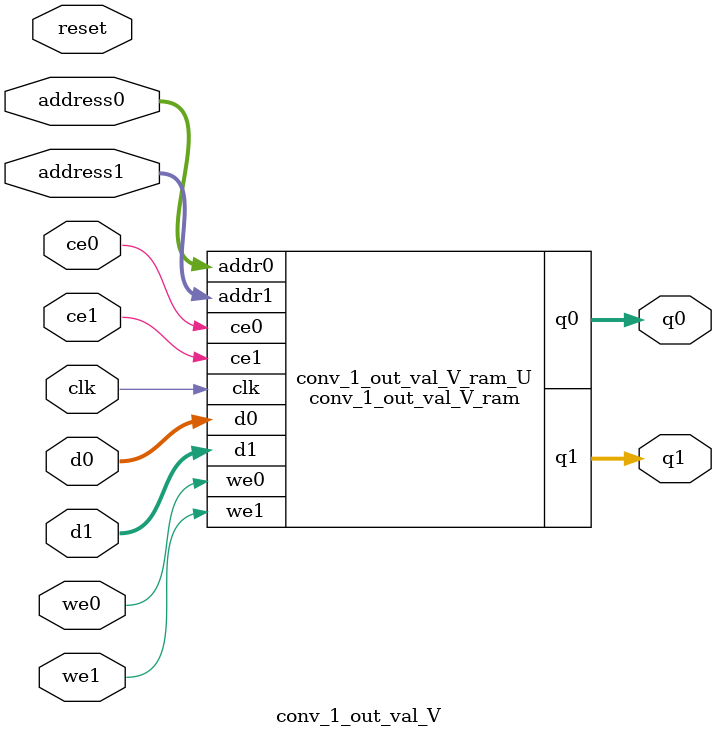
<source format=v>

`timescale 1 ns / 1 ps
module conv_1_out_val_V_ram (addr0, ce0, d0, we0, q0, addr1, ce1, d1, we1, q1,  clk);

parameter DWIDTH = 16;
parameter AWIDTH = 4;
parameter MEM_SIZE = 16;

input[AWIDTH-1:0] addr0;
input ce0;
input[DWIDTH-1:0] d0;
input we0;
output reg[DWIDTH-1:0] q0;
input[AWIDTH-1:0] addr1;
input ce1;
input[DWIDTH-1:0] d1;
input we1;
output reg[DWIDTH-1:0] q1;
input clk;

(* ram_style = "block" *)reg [DWIDTH-1:0] ram[0:MEM_SIZE-1];




always @(posedge clk)  
begin 
    if (ce0) 
    begin
        if (we0) 
        begin 
            ram[addr0] <= d0; 
            q0 <= d0;
        end 
        else 
            q0 <= ram[addr0];
    end
end


always @(posedge clk)  
begin 
    if (ce1) 
    begin
        if (we1) 
        begin 
            ram[addr1] <= d1; 
            q1 <= d1;
        end 
        else 
            q1 <= ram[addr1];
    end
end


endmodule


`timescale 1 ns / 1 ps
module conv_1_out_val_V(
    reset,
    clk,
    address0,
    ce0,
    we0,
    d0,
    q0,
    address1,
    ce1,
    we1,
    d1,
    q1);

parameter DataWidth = 32'd16;
parameter AddressRange = 32'd16;
parameter AddressWidth = 32'd4;
input reset;
input clk;
input[AddressWidth - 1:0] address0;
input ce0;
input we0;
input[DataWidth - 1:0] d0;
output[DataWidth - 1:0] q0;
input[AddressWidth - 1:0] address1;
input ce1;
input we1;
input[DataWidth - 1:0] d1;
output[DataWidth - 1:0] q1;



conv_1_out_val_V_ram conv_1_out_val_V_ram_U(
    .clk( clk ),
    .addr0( address0 ),
    .ce0( ce0 ),
    .d0( d0 ),
    .we0( we0 ),
    .q0( q0 ),
    .addr1( address1 ),
    .ce1( ce1 ),
    .d1( d1 ),
    .we1( we1 ),
    .q1( q1 ));

endmodule


</source>
